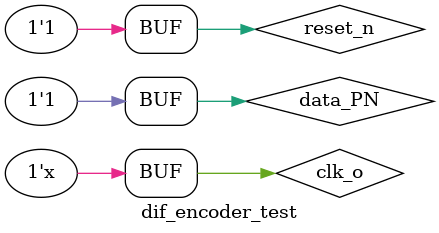
<source format=v>
`timescale 1ns/100ps

module dif_encoder_test;

	reg            clk_o     ;
	reg            reset_n   ;
	reg 				data_PN	 ;
	 
	wire 		      re   	 	 ;
	
	dif_encoder DESIGN(
		clk_o,
		reset_n,
		data_PN,
		
		re
	);
	
	initial
   begin
      clk_o = 1'b0;
   end
	always
	begin
		#5 clk_o = ~clk_o;
	end

   initial
   begin
		#0  reset_n = 1'b0;
      #20 reset_n = 1'b1;
   end

	initial
	begin
		data_PN =1'bz;
		#20 data_PN = 1'b1;
		#10 data_PN = 1'b0;
		#10 data_PN = 1'b1;
		#10 data_PN = 1'b0;
		#10 data_PN = 1'b1;
		#10 data_PN = 1'b1;
		#10 data_PN = 1'b0;
		#10 data_PN = 1'b0;
		#10 data_PN = 1'b0;
		#10 data_PN = 1'b0;
		#10 data_PN = 1'b0;
		#10 data_PN = 1'b1;
		#10 data_PN = 1'b1;
		#10 data_PN = 1'b0;
		#10 data_PN = 1'b0;
		#10 data_PN = 1'b0;
		#10 data_PN = 1'b0;
		#10 data_PN = 1'b1;
	end
endmodule

</source>
